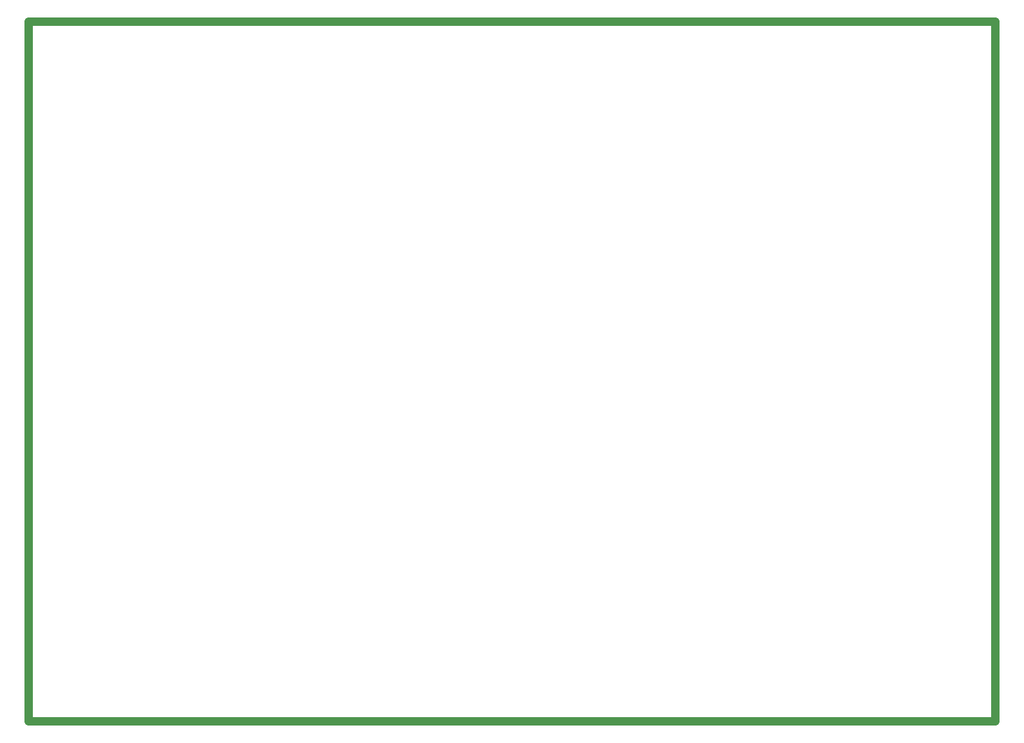
<source format=gko>
G04 Layer: BoardOutline*
G04 EasyEDA v6.4.19.5, 2021-05-28T19:21:40+07:00*
G04 6e6706e82e5b4a748e8d5c8c40211ff5,daa0c75fb02d462d8576232f80c62aaa,10*
G04 Gerber Generator version 0.2*
G04 Scale: 100 percent, Rotated: No, Reflected: No *
G04 Dimensions in millimeters *
G04 leading zeros omitted , absolute positions ,4 integer and 5 decimal *
%FSLAX45Y45*%
%MOMM*%

%ADD10C,1.0000*%
D10*
X723900Y8661400D02*
G01*
X11963400Y8661400D01*
X11963400Y190500D01*
X252476Y190500D01*
X252476Y8661400D01*
X723900Y8661400D01*

%LPD*%
M02*

</source>
